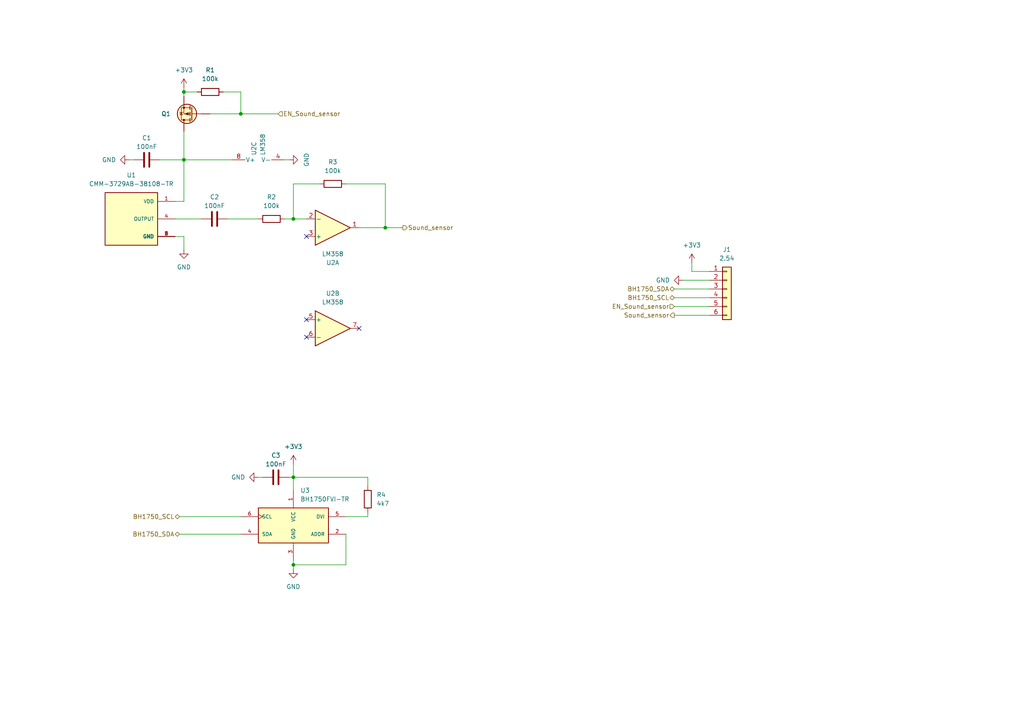
<source format=kicad_sch>
(kicad_sch
	(version 20231120)
	(generator "eeschema")
	(generator_version "8.0")
	(uuid "c1e81d39-bba9-4272-80cd-53431726de9a")
	(paper "A4")
	(lib_symbols
		(symbol "Amplifier_Operational:LM358"
			(pin_names
				(offset 0.127)
			)
			(exclude_from_sim no)
			(in_bom yes)
			(on_board yes)
			(property "Reference" "U"
				(at 0 5.08 0)
				(effects
					(font
						(size 1.27 1.27)
					)
					(justify left)
				)
			)
			(property "Value" "LM358"
				(at 0 -5.08 0)
				(effects
					(font
						(size 1.27 1.27)
					)
					(justify left)
				)
			)
			(property "Footprint" ""
				(at 0 0 0)
				(effects
					(font
						(size 1.27 1.27)
					)
					(hide yes)
				)
			)
			(property "Datasheet" "http://www.ti.com/lit/ds/symlink/lm2904-n.pdf"
				(at 0 0 0)
				(effects
					(font
						(size 1.27 1.27)
					)
					(hide yes)
				)
			)
			(property "Description" "Low-Power, Dual Operational Amplifiers, DIP-8/SOIC-8/TO-99-8"
				(at 0 0 0)
				(effects
					(font
						(size 1.27 1.27)
					)
					(hide yes)
				)
			)
			(property "ki_locked" ""
				(at 0 0 0)
				(effects
					(font
						(size 1.27 1.27)
					)
				)
			)
			(property "ki_keywords" "dual opamp"
				(at 0 0 0)
				(effects
					(font
						(size 1.27 1.27)
					)
					(hide yes)
				)
			)
			(property "ki_fp_filters" "SOIC*3.9x4.9mm*P1.27mm* DIP*W7.62mm* TO*99* OnSemi*Micro8* TSSOP*3x3mm*P0.65mm* TSSOP*4.4x3mm*P0.65mm* MSOP*3x3mm*P0.65mm* SSOP*3.9x4.9mm*P0.635mm* LFCSP*2x2mm*P0.5mm* *SIP* SOIC*5.3x6.2mm*P1.27mm*"
				(at 0 0 0)
				(effects
					(font
						(size 1.27 1.27)
					)
					(hide yes)
				)
			)
			(symbol "LM358_1_1"
				(polyline
					(pts
						(xy -5.08 5.08) (xy 5.08 0) (xy -5.08 -5.08) (xy -5.08 5.08)
					)
					(stroke
						(width 0.254)
						(type default)
					)
					(fill
						(type background)
					)
				)
				(pin output line
					(at 7.62 0 180)
					(length 2.54)
					(name "~"
						(effects
							(font
								(size 1.27 1.27)
							)
						)
					)
					(number "1"
						(effects
							(font
								(size 1.27 1.27)
							)
						)
					)
				)
				(pin input line
					(at -7.62 -2.54 0)
					(length 2.54)
					(name "-"
						(effects
							(font
								(size 1.27 1.27)
							)
						)
					)
					(number "2"
						(effects
							(font
								(size 1.27 1.27)
							)
						)
					)
				)
				(pin input line
					(at -7.62 2.54 0)
					(length 2.54)
					(name "+"
						(effects
							(font
								(size 1.27 1.27)
							)
						)
					)
					(number "3"
						(effects
							(font
								(size 1.27 1.27)
							)
						)
					)
				)
			)
			(symbol "LM358_2_1"
				(polyline
					(pts
						(xy -5.08 5.08) (xy 5.08 0) (xy -5.08 -5.08) (xy -5.08 5.08)
					)
					(stroke
						(width 0.254)
						(type default)
					)
					(fill
						(type background)
					)
				)
				(pin input line
					(at -7.62 2.54 0)
					(length 2.54)
					(name "+"
						(effects
							(font
								(size 1.27 1.27)
							)
						)
					)
					(number "5"
						(effects
							(font
								(size 1.27 1.27)
							)
						)
					)
				)
				(pin input line
					(at -7.62 -2.54 0)
					(length 2.54)
					(name "-"
						(effects
							(font
								(size 1.27 1.27)
							)
						)
					)
					(number "6"
						(effects
							(font
								(size 1.27 1.27)
							)
						)
					)
				)
				(pin output line
					(at 7.62 0 180)
					(length 2.54)
					(name "~"
						(effects
							(font
								(size 1.27 1.27)
							)
						)
					)
					(number "7"
						(effects
							(font
								(size 1.27 1.27)
							)
						)
					)
				)
			)
			(symbol "LM358_3_1"
				(pin power_in line
					(at -2.54 -7.62 90)
					(length 3.81)
					(name "V-"
						(effects
							(font
								(size 1.27 1.27)
							)
						)
					)
					(number "4"
						(effects
							(font
								(size 1.27 1.27)
							)
						)
					)
				)
				(pin power_in line
					(at -2.54 7.62 270)
					(length 3.81)
					(name "V+"
						(effects
							(font
								(size 1.27 1.27)
							)
						)
					)
					(number "8"
						(effects
							(font
								(size 1.27 1.27)
							)
						)
					)
				)
			)
		)
		(symbol "Connector_Generic:Conn_01x06"
			(pin_names
				(offset 1.016) hide)
			(exclude_from_sim no)
			(in_bom yes)
			(on_board yes)
			(property "Reference" "J"
				(at 0 7.62 0)
				(effects
					(font
						(size 1.27 1.27)
					)
				)
			)
			(property "Value" "Conn_01x06"
				(at 0 -10.16 0)
				(effects
					(font
						(size 1.27 1.27)
					)
				)
			)
			(property "Footprint" ""
				(at 0 0 0)
				(effects
					(font
						(size 1.27 1.27)
					)
					(hide yes)
				)
			)
			(property "Datasheet" "~"
				(at 0 0 0)
				(effects
					(font
						(size 1.27 1.27)
					)
					(hide yes)
				)
			)
			(property "Description" "Generic connector, single row, 01x06, script generated (kicad-library-utils/schlib/autogen/connector/)"
				(at 0 0 0)
				(effects
					(font
						(size 1.27 1.27)
					)
					(hide yes)
				)
			)
			(property "ki_keywords" "connector"
				(at 0 0 0)
				(effects
					(font
						(size 1.27 1.27)
					)
					(hide yes)
				)
			)
			(property "ki_fp_filters" "Connector*:*_1x??_*"
				(at 0 0 0)
				(effects
					(font
						(size 1.27 1.27)
					)
					(hide yes)
				)
			)
			(symbol "Conn_01x06_1_1"
				(rectangle
					(start -1.27 -7.493)
					(end 0 -7.747)
					(stroke
						(width 0.1524)
						(type default)
					)
					(fill
						(type none)
					)
				)
				(rectangle
					(start -1.27 -4.953)
					(end 0 -5.207)
					(stroke
						(width 0.1524)
						(type default)
					)
					(fill
						(type none)
					)
				)
				(rectangle
					(start -1.27 -2.413)
					(end 0 -2.667)
					(stroke
						(width 0.1524)
						(type default)
					)
					(fill
						(type none)
					)
				)
				(rectangle
					(start -1.27 0.127)
					(end 0 -0.127)
					(stroke
						(width 0.1524)
						(type default)
					)
					(fill
						(type none)
					)
				)
				(rectangle
					(start -1.27 2.667)
					(end 0 2.413)
					(stroke
						(width 0.1524)
						(type default)
					)
					(fill
						(type none)
					)
				)
				(rectangle
					(start -1.27 5.207)
					(end 0 4.953)
					(stroke
						(width 0.1524)
						(type default)
					)
					(fill
						(type none)
					)
				)
				(rectangle
					(start -1.27 6.35)
					(end 1.27 -8.89)
					(stroke
						(width 0.254)
						(type default)
					)
					(fill
						(type background)
					)
				)
				(pin passive line
					(at -5.08 5.08 0)
					(length 3.81)
					(name "Pin_1"
						(effects
							(font
								(size 1.27 1.27)
							)
						)
					)
					(number "1"
						(effects
							(font
								(size 1.27 1.27)
							)
						)
					)
				)
				(pin passive line
					(at -5.08 2.54 0)
					(length 3.81)
					(name "Pin_2"
						(effects
							(font
								(size 1.27 1.27)
							)
						)
					)
					(number "2"
						(effects
							(font
								(size 1.27 1.27)
							)
						)
					)
				)
				(pin passive line
					(at -5.08 0 0)
					(length 3.81)
					(name "Pin_3"
						(effects
							(font
								(size 1.27 1.27)
							)
						)
					)
					(number "3"
						(effects
							(font
								(size 1.27 1.27)
							)
						)
					)
				)
				(pin passive line
					(at -5.08 -2.54 0)
					(length 3.81)
					(name "Pin_4"
						(effects
							(font
								(size 1.27 1.27)
							)
						)
					)
					(number "4"
						(effects
							(font
								(size 1.27 1.27)
							)
						)
					)
				)
				(pin passive line
					(at -5.08 -5.08 0)
					(length 3.81)
					(name "Pin_5"
						(effects
							(font
								(size 1.27 1.27)
							)
						)
					)
					(number "5"
						(effects
							(font
								(size 1.27 1.27)
							)
						)
					)
				)
				(pin passive line
					(at -5.08 -7.62 0)
					(length 3.81)
					(name "Pin_6"
						(effects
							(font
								(size 1.27 1.27)
							)
						)
					)
					(number "6"
						(effects
							(font
								(size 1.27 1.27)
							)
						)
					)
				)
			)
		)
		(symbol "Device:C"
			(pin_numbers hide)
			(pin_names
				(offset 0.254)
			)
			(exclude_from_sim no)
			(in_bom yes)
			(on_board yes)
			(property "Reference" "C"
				(at 0.635 2.54 0)
				(effects
					(font
						(size 1.27 1.27)
					)
					(justify left)
				)
			)
			(property "Value" "C"
				(at 0.635 -2.54 0)
				(effects
					(font
						(size 1.27 1.27)
					)
					(justify left)
				)
			)
			(property "Footprint" ""
				(at 0.9652 -3.81 0)
				(effects
					(font
						(size 1.27 1.27)
					)
					(hide yes)
				)
			)
			(property "Datasheet" "~"
				(at 0 0 0)
				(effects
					(font
						(size 1.27 1.27)
					)
					(hide yes)
				)
			)
			(property "Description" "Unpolarized capacitor"
				(at 0 0 0)
				(effects
					(font
						(size 1.27 1.27)
					)
					(hide yes)
				)
			)
			(property "ki_keywords" "cap capacitor"
				(at 0 0 0)
				(effects
					(font
						(size 1.27 1.27)
					)
					(hide yes)
				)
			)
			(property "ki_fp_filters" "C_*"
				(at 0 0 0)
				(effects
					(font
						(size 1.27 1.27)
					)
					(hide yes)
				)
			)
			(symbol "C_0_1"
				(polyline
					(pts
						(xy -2.032 -0.762) (xy 2.032 -0.762)
					)
					(stroke
						(width 0.508)
						(type default)
					)
					(fill
						(type none)
					)
				)
				(polyline
					(pts
						(xy -2.032 0.762) (xy 2.032 0.762)
					)
					(stroke
						(width 0.508)
						(type default)
					)
					(fill
						(type none)
					)
				)
			)
			(symbol "C_1_1"
				(pin passive line
					(at 0 3.81 270)
					(length 2.794)
					(name "~"
						(effects
							(font
								(size 1.27 1.27)
							)
						)
					)
					(number "1"
						(effects
							(font
								(size 1.27 1.27)
							)
						)
					)
				)
				(pin passive line
					(at 0 -3.81 90)
					(length 2.794)
					(name "~"
						(effects
							(font
								(size 1.27 1.27)
							)
						)
					)
					(number "2"
						(effects
							(font
								(size 1.27 1.27)
							)
						)
					)
				)
			)
		)
		(symbol "Device:R"
			(pin_numbers hide)
			(pin_names
				(offset 0)
			)
			(exclude_from_sim no)
			(in_bom yes)
			(on_board yes)
			(property "Reference" "R"
				(at 2.032 0 90)
				(effects
					(font
						(size 1.27 1.27)
					)
				)
			)
			(property "Value" "R"
				(at 0 0 90)
				(effects
					(font
						(size 1.27 1.27)
					)
				)
			)
			(property "Footprint" ""
				(at -1.778 0 90)
				(effects
					(font
						(size 1.27 1.27)
					)
					(hide yes)
				)
			)
			(property "Datasheet" "~"
				(at 0 0 0)
				(effects
					(font
						(size 1.27 1.27)
					)
					(hide yes)
				)
			)
			(property "Description" "Resistor"
				(at 0 0 0)
				(effects
					(font
						(size 1.27 1.27)
					)
					(hide yes)
				)
			)
			(property "ki_keywords" "R res resistor"
				(at 0 0 0)
				(effects
					(font
						(size 1.27 1.27)
					)
					(hide yes)
				)
			)
			(property "ki_fp_filters" "R_*"
				(at 0 0 0)
				(effects
					(font
						(size 1.27 1.27)
					)
					(hide yes)
				)
			)
			(symbol "R_0_1"
				(rectangle
					(start -1.016 -2.54)
					(end 1.016 2.54)
					(stroke
						(width 0.254)
						(type default)
					)
					(fill
						(type none)
					)
				)
			)
			(symbol "R_1_1"
				(pin passive line
					(at 0 3.81 270)
					(length 1.27)
					(name "~"
						(effects
							(font
								(size 1.27 1.27)
							)
						)
					)
					(number "1"
						(effects
							(font
								(size 1.27 1.27)
							)
						)
					)
				)
				(pin passive line
					(at 0 -3.81 90)
					(length 1.27)
					(name "~"
						(effects
							(font
								(size 1.27 1.27)
							)
						)
					)
					(number "2"
						(effects
							(font
								(size 1.27 1.27)
							)
						)
					)
				)
			)
		)
		(symbol "DienLIB:BH1750FVI-TR"
			(pin_names
				(offset 1.016)
			)
			(exclude_from_sim no)
			(in_bom yes)
			(on_board yes)
			(property "Reference" "U"
				(at -10.16 7.62 0)
				(effects
					(font
						(size 1.27 1.27)
					)
					(justify left bottom)
				)
			)
			(property "Value" "BH1750FVI-TR"
				(at -15.24 -7.62 0)
				(effects
					(font
						(size 1.27 1.27)
					)
					(justify left bottom)
				)
			)
			(property "Footprint" "DienLIB:XDCR_BH1750FVI-TR"
				(at 15.24 -7.62 0)
				(effects
					(font
						(size 1.27 1.27)
					)
					(justify bottom)
					(hide yes)
				)
			)
			(property "Datasheet" ""
				(at 0 0 0)
				(effects
					(font
						(size 1.27 1.27)
					)
					(hide yes)
				)
			)
			(property "Description" ""
				(at 0 0 0)
				(effects
					(font
						(size 1.27 1.27)
					)
					(hide yes)
				)
			)
			(symbol "BH1750FVI-TR_0_0"
				(rectangle
					(start -10.16 5.08)
					(end 10.16 -5.08)
					(stroke
						(width 0.254)
						(type default)
					)
					(fill
						(type background)
					)
				)
				(pin power_in line
					(at 0 10.16 270)
					(length 5.08)
					(name "VCC"
						(effects
							(font
								(size 1.016 1.016)
							)
						)
					)
					(number "1"
						(effects
							(font
								(size 1.016 1.016)
							)
						)
					)
				)
				(pin input line
					(at 15.24 -2.54 180)
					(length 5.08)
					(name "ADDR"
						(effects
							(font
								(size 1.016 1.016)
							)
						)
					)
					(number "2"
						(effects
							(font
								(size 1.016 1.016)
							)
						)
					)
				)
				(pin power_in line
					(at 0 -10.16 90)
					(length 5.08)
					(name "GND"
						(effects
							(font
								(size 1.016 1.016)
							)
						)
					)
					(number "3"
						(effects
							(font
								(size 1.016 1.016)
							)
						)
					)
				)
				(pin bidirectional line
					(at -15.24 -2.54 0)
					(length 5.08)
					(name "SDA"
						(effects
							(font
								(size 1.016 1.016)
							)
						)
					)
					(number "4"
						(effects
							(font
								(size 1.016 1.016)
							)
						)
					)
				)
				(pin input line
					(at 15.24 2.54 180)
					(length 5.08)
					(name "DVI"
						(effects
							(font
								(size 1.016 1.016)
							)
						)
					)
					(number "5"
						(effects
							(font
								(size 1.016 1.016)
							)
						)
					)
				)
				(pin input clock
					(at -15.24 2.54 0)
					(length 5.08)
					(name "SCL"
						(effects
							(font
								(size 1.016 1.016)
							)
						)
					)
					(number "6"
						(effects
							(font
								(size 1.016 1.016)
							)
						)
					)
				)
			)
		)
		(symbol "DienLIB:CMM-3729AB-38108-TR"
			(pin_names
				(offset 1.016)
			)
			(exclude_from_sim no)
			(in_bom yes)
			(on_board yes)
			(property "Reference" "U"
				(at -7.62 7.62 0)
				(effects
					(font
						(size 1.27 1.27)
					)
					(justify left bottom)
				)
			)
			(property "Value" "CMM-3729AB-38108-TR"
				(at -7.62 -10.16 0)
				(effects
					(font
						(size 1.27 1.27)
					)
					(justify left bottom)
				)
			)
			(property "Footprint" "DienLIB:MIC_CMM-3729AB-38108-TR"
				(at 0 0 0)
				(effects
					(font
						(size 1.27 1.27)
					)
					(justify bottom)
					(hide yes)
				)
			)
			(property "Datasheet" ""
				(at 0 0 0)
				(effects
					(font
						(size 1.27 1.27)
					)
					(hide yes)
				)
			)
			(property "Description" ""
				(at 0 0 0)
				(effects
					(font
						(size 1.27 1.27)
					)
					(hide yes)
				)
			)
			(symbol "CMM-3729AB-38108-TR_0_0"
				(rectangle
					(start -7.62 -7.62)
					(end 7.62 7.62)
					(stroke
						(width 0.254)
						(type default)
					)
					(fill
						(type background)
					)
				)
				(pin power_in line
					(at 12.7 5.08 180)
					(length 5.08)
					(name "VDD"
						(effects
							(font
								(size 1.016 1.016)
							)
						)
					)
					(number "1"
						(effects
							(font
								(size 1.016 1.016)
							)
						)
					)
				)
				(pin power_in line
					(at 12.7 -5.08 180)
					(length 5.08)
					(name "GND"
						(effects
							(font
								(size 1.016 1.016)
							)
						)
					)
					(number "2"
						(effects
							(font
								(size 1.016 1.016)
							)
						)
					)
				)
				(pin power_in line
					(at 12.7 -5.08 180)
					(length 5.08)
					(name "GND"
						(effects
							(font
								(size 1.016 1.016)
							)
						)
					)
					(number "3"
						(effects
							(font
								(size 1.016 1.016)
							)
						)
					)
				)
				(pin output line
					(at 12.7 0 180)
					(length 5.08)
					(name "OUTPUT"
						(effects
							(font
								(size 1.016 1.016)
							)
						)
					)
					(number "4"
						(effects
							(font
								(size 1.016 1.016)
							)
						)
					)
				)
				(pin power_in line
					(at 12.7 -5.08 180)
					(length 5.08)
					(name "GND"
						(effects
							(font
								(size 1.016 1.016)
							)
						)
					)
					(number "5"
						(effects
							(font
								(size 1.016 1.016)
							)
						)
					)
				)
				(pin power_in line
					(at 12.7 -5.08 180)
					(length 5.08)
					(name "GND"
						(effects
							(font
								(size 1.016 1.016)
							)
						)
					)
					(number "6"
						(effects
							(font
								(size 1.016 1.016)
							)
						)
					)
				)
			)
		)
		(symbol "IVS_SYMBOLS:P_Mosfet"
			(pin_numbers hide)
			(pin_names hide)
			(exclude_from_sim no)
			(in_bom yes)
			(on_board yes)
			(property "Reference" "Q"
				(at 2.794 1.2192 0)
				(effects
					(font
						(size 1.27 1.27)
					)
				)
			)
			(property "Value" "P_Mosfet"
				(at 1.27 -13.97 0)
				(effects
					(font
						(size 1.27 1.27)
					)
					(hide yes)
				)
			)
			(property "Footprint" "IVS_FOOTPRINTS:SOT23-3"
				(at -1.27 -20.32 0)
				(effects
					(font
						(size 1.27 1.27)
					)
					(hide yes)
				)
			)
			(property "Datasheet" "https://www.onsemi.com/pub/Collateral/BSS138-D.PDF"
				(at 3.81 -22.86 0)
				(effects
					(font
						(size 1.27 1.27)
					)
					(hide yes)
				)
			)
			(property "Description" ""
				(at 0 0 0)
				(effects
					(font
						(size 1.27 1.27)
					)
					(hide yes)
				)
			)
			(property "ki_fp_filters" "IVS_FOOTPRINTS:SOT23-3"
				(at 0 0 0)
				(effects
					(font
						(size 1.27 1.27)
					)
					(hide yes)
				)
			)
			(symbol "P_Mosfet_0_1"
				(circle
					(center -0.889 0)
					(radius 2.794)
					(stroke
						(width 0.254)
						(type default)
					)
					(fill
						(type background)
					)
				)
				(circle
					(center 0 -1.778)
					(radius 0.254)
					(stroke
						(width 0)
						(type default)
					)
					(fill
						(type outline)
					)
				)
				(polyline
					(pts
						(xy -2.286 0) (xy -5.08 0)
					)
					(stroke
						(width 0)
						(type default)
					)
					(fill
						(type none)
					)
				)
				(polyline
					(pts
						(xy -2.286 1.905) (xy -2.286 -1.905)
					)
					(stroke
						(width 0.254)
						(type default)
					)
					(fill
						(type none)
					)
				)
				(polyline
					(pts
						(xy -1.778 -1.27) (xy -1.778 -2.286)
					)
					(stroke
						(width 0.254)
						(type default)
					)
					(fill
						(type none)
					)
				)
				(polyline
					(pts
						(xy -1.778 0.508) (xy -1.778 -0.508)
					)
					(stroke
						(width 0.254)
						(type default)
					)
					(fill
						(type none)
					)
				)
				(polyline
					(pts
						(xy -1.778 2.286) (xy -1.778 1.27)
					)
					(stroke
						(width 0.254)
						(type default)
					)
					(fill
						(type none)
					)
				)
				(polyline
					(pts
						(xy 0 2.54) (xy 0 1.778)
					)
					(stroke
						(width 0)
						(type default)
					)
					(fill
						(type none)
					)
				)
				(polyline
					(pts
						(xy 0 -2.54) (xy 0 0) (xy -1.778 0)
					)
					(stroke
						(width 0)
						(type default)
					)
					(fill
						(type none)
					)
				)
				(polyline
					(pts
						(xy -1.778 -1.778) (xy 0.762 -1.778) (xy 0.762 1.778) (xy -1.778 1.778)
					)
					(stroke
						(width 0)
						(type default)
					)
					(fill
						(type none)
					)
				)
				(polyline
					(pts
						(xy -0.3048 0) (xy -1.3208 -0.381) (xy -1.3208 0.381) (xy -0.3048 0)
					)
					(stroke
						(width 0)
						(type default)
					)
					(fill
						(type outline)
					)
				)
				(polyline
					(pts
						(xy 0.254 -0.508) (xy 0.381 -0.381) (xy 1.143 -0.381) (xy 1.27 -0.254)
					)
					(stroke
						(width 0)
						(type default)
					)
					(fill
						(type none)
					)
				)
				(polyline
					(pts
						(xy 0.762 -0.381) (xy 0.381 0.254) (xy 1.143 0.254) (xy 0.762 -0.381)
					)
					(stroke
						(width 0)
						(type default)
					)
					(fill
						(type none)
					)
				)
				(circle
					(center 0 1.778)
					(radius 0.254)
					(stroke
						(width 0)
						(type default)
					)
					(fill
						(type outline)
					)
				)
			)
			(symbol "P_Mosfet_1_1"
				(pin input line
					(at -7.62 0 0)
					(length 2.54)
					(name "G"
						(effects
							(font
								(size 1.27 1.27)
							)
						)
					)
					(number "1"
						(effects
							(font
								(size 1.27 1.27)
							)
						)
					)
				)
				(pin passive line
					(at 0 -5.08 90)
					(length 2.54)
					(name "S"
						(effects
							(font
								(size 1.27 1.27)
							)
						)
					)
					(number "2"
						(effects
							(font
								(size 1.27 1.27)
							)
						)
					)
				)
				(pin passive line
					(at 0 5.08 270)
					(length 2.54)
					(name "D"
						(effects
							(font
								(size 1.27 1.27)
							)
						)
					)
					(number "3"
						(effects
							(font
								(size 1.27 1.27)
							)
						)
					)
				)
			)
		)
		(symbol "power:+3V3"
			(power)
			(pin_names
				(offset 0)
			)
			(exclude_from_sim no)
			(in_bom yes)
			(on_board yes)
			(property "Reference" "#PWR"
				(at 0 -3.81 0)
				(effects
					(font
						(size 1.27 1.27)
					)
					(hide yes)
				)
			)
			(property "Value" "+3V3"
				(at 0 3.556 0)
				(effects
					(font
						(size 1.27 1.27)
					)
				)
			)
			(property "Footprint" ""
				(at 0 0 0)
				(effects
					(font
						(size 1.27 1.27)
					)
					(hide yes)
				)
			)
			(property "Datasheet" ""
				(at 0 0 0)
				(effects
					(font
						(size 1.27 1.27)
					)
					(hide yes)
				)
			)
			(property "Description" "Power symbol creates a global label with name \"+3V3\""
				(at 0 0 0)
				(effects
					(font
						(size 1.27 1.27)
					)
					(hide yes)
				)
			)
			(property "ki_keywords" "global power"
				(at 0 0 0)
				(effects
					(font
						(size 1.27 1.27)
					)
					(hide yes)
				)
			)
			(symbol "+3V3_0_1"
				(polyline
					(pts
						(xy -0.762 1.27) (xy 0 2.54)
					)
					(stroke
						(width 0)
						(type default)
					)
					(fill
						(type none)
					)
				)
				(polyline
					(pts
						(xy 0 0) (xy 0 2.54)
					)
					(stroke
						(width 0)
						(type default)
					)
					(fill
						(type none)
					)
				)
				(polyline
					(pts
						(xy 0 2.54) (xy 0.762 1.27)
					)
					(stroke
						(width 0)
						(type default)
					)
					(fill
						(type none)
					)
				)
			)
			(symbol "+3V3_1_1"
				(pin power_in line
					(at 0 0 90)
					(length 0) hide
					(name "+3V3"
						(effects
							(font
								(size 1.27 1.27)
							)
						)
					)
					(number "1"
						(effects
							(font
								(size 1.27 1.27)
							)
						)
					)
				)
			)
		)
		(symbol "power:GND"
			(power)
			(pin_names
				(offset 0)
			)
			(exclude_from_sim no)
			(in_bom yes)
			(on_board yes)
			(property "Reference" "#PWR"
				(at 0 -6.35 0)
				(effects
					(font
						(size 1.27 1.27)
					)
					(hide yes)
				)
			)
			(property "Value" "GND"
				(at 0 -3.81 0)
				(effects
					(font
						(size 1.27 1.27)
					)
				)
			)
			(property "Footprint" ""
				(at 0 0 0)
				(effects
					(font
						(size 1.27 1.27)
					)
					(hide yes)
				)
			)
			(property "Datasheet" ""
				(at 0 0 0)
				(effects
					(font
						(size 1.27 1.27)
					)
					(hide yes)
				)
			)
			(property "Description" "Power symbol creates a global label with name \"GND\" , ground"
				(at 0 0 0)
				(effects
					(font
						(size 1.27 1.27)
					)
					(hide yes)
				)
			)
			(property "ki_keywords" "global power"
				(at 0 0 0)
				(effects
					(font
						(size 1.27 1.27)
					)
					(hide yes)
				)
			)
			(symbol "GND_0_1"
				(polyline
					(pts
						(xy 0 0) (xy 0 -1.27) (xy 1.27 -1.27) (xy 0 -2.54) (xy -1.27 -1.27) (xy 0 -1.27)
					)
					(stroke
						(width 0)
						(type default)
					)
					(fill
						(type none)
					)
				)
			)
			(symbol "GND_1_1"
				(pin power_in line
					(at 0 0 270)
					(length 0) hide
					(name "GND"
						(effects
							(font
								(size 1.27 1.27)
							)
						)
					)
					(number "1"
						(effects
							(font
								(size 1.27 1.27)
							)
						)
					)
				)
			)
		)
	)
	(junction
		(at 85.09 138.43)
		(diameter 0)
		(color 0 0 0 0)
		(uuid "08f9597b-d0a6-4634-8137-6b8f08937c61")
	)
	(junction
		(at 53.34 46.355)
		(diameter 0)
		(color 0 0 0 0)
		(uuid "57acb78d-5c93-478a-bc5a-a9ac66bd7743")
	)
	(junction
		(at 85.09 163.83)
		(diameter 0)
		(color 0 0 0 0)
		(uuid "733fe6d9-853b-4a81-b3ca-8b5e48d6e7cd")
	)
	(junction
		(at 111.76 66.04)
		(diameter 0)
		(color 0 0 0 0)
		(uuid "a57fdd3b-998e-4d6c-9983-bb21bf260e51")
	)
	(junction
		(at 69.85 33.02)
		(diameter 0)
		(color 0 0 0 0)
		(uuid "ef405c88-f612-4858-92a6-c54b913a8ed7")
	)
	(junction
		(at 53.34 26.67)
		(diameter 0)
		(color 0 0 0 0)
		(uuid "f6734f59-ffbc-4ab6-ad87-c6d7f6d4a6c2")
	)
	(junction
		(at 85.09 63.5)
		(diameter 0)
		(color 0 0 0 0)
		(uuid "fd03ff88-23e4-4d55-925e-c0106112591d")
	)
	(no_connect
		(at 88.9 68.58)
		(uuid "0845356b-9f1b-4ad5-b0d7-63de670593d0")
	)
	(no_connect
		(at 104.14 95.25)
		(uuid "6a9b04df-b1c1-4c62-92c2-3b7183669f62")
	)
	(no_connect
		(at 88.9 97.79)
		(uuid "9f8c4169-e2ba-4fa1-a676-3995b4e2512d")
	)
	(no_connect
		(at 88.9 92.71)
		(uuid "b77562f4-2876-4b97-abcc-abdb7e6a6bc4")
	)
	(wire
		(pts
			(xy 69.85 26.67) (xy 69.85 33.02)
		)
		(stroke
			(width 0)
			(type default)
		)
		(uuid "031214e3-d481-417c-bbbb-742a473a7c77")
	)
	(wire
		(pts
			(xy 64.77 26.67) (xy 69.85 26.67)
		)
		(stroke
			(width 0)
			(type default)
		)
		(uuid "095ea024-953e-4567-ac95-c3fccf84bbf4")
	)
	(wire
		(pts
			(xy 195.58 91.44) (xy 205.74 91.44)
		)
		(stroke
			(width 0)
			(type default)
		)
		(uuid "0c43da23-3b4e-41c8-805b-a30d852db3a0")
	)
	(wire
		(pts
			(xy 85.09 138.43) (xy 106.68 138.43)
		)
		(stroke
			(width 0)
			(type default)
		)
		(uuid "0c70b87f-4d81-4818-ad5f-b3f345259fe1")
	)
	(wire
		(pts
			(xy 100.33 163.83) (xy 85.09 163.83)
		)
		(stroke
			(width 0)
			(type default)
		)
		(uuid "0d25b194-d33e-445d-aac3-dfc5219096c7")
	)
	(wire
		(pts
			(xy 50.8 63.5) (xy 58.42 63.5)
		)
		(stroke
			(width 0)
			(type default)
		)
		(uuid "140bdf12-3d1b-4a67-a45c-ece50c4d9af2")
	)
	(wire
		(pts
			(xy 53.34 46.355) (xy 53.34 58.42)
		)
		(stroke
			(width 0)
			(type default)
		)
		(uuid "14b06a17-5d0d-49a9-877a-3be2d93b60c6")
	)
	(wire
		(pts
			(xy 85.09 53.34) (xy 85.09 63.5)
		)
		(stroke
			(width 0)
			(type default)
		)
		(uuid "1b01434e-9587-417e-9d7b-abfa2645aa55")
	)
	(wire
		(pts
			(xy 195.58 83.82) (xy 205.74 83.82)
		)
		(stroke
			(width 0)
			(type default)
		)
		(uuid "1fa988cf-f87d-4cb4-9cd6-3b648f0173c6")
	)
	(wire
		(pts
			(xy 111.76 66.04) (xy 116.84 66.04)
		)
		(stroke
			(width 0)
			(type default)
		)
		(uuid "3664e59c-ee01-44c7-9767-809e0e018571")
	)
	(wire
		(pts
			(xy 53.34 25.4) (xy 53.34 26.67)
		)
		(stroke
			(width 0)
			(type default)
		)
		(uuid "3b23e04e-25ff-46d1-9fb8-bb2f73d0ffcf")
	)
	(wire
		(pts
			(xy 60.96 33.02) (xy 69.85 33.02)
		)
		(stroke
			(width 0)
			(type default)
		)
		(uuid "3c6f8a90-e19c-49e4-b9bf-4978040b5cae")
	)
	(wire
		(pts
			(xy 52.07 154.94) (xy 69.85 154.94)
		)
		(stroke
			(width 0)
			(type default)
		)
		(uuid "434803fd-c849-4a79-9b8d-af129644dff1")
	)
	(wire
		(pts
			(xy 85.09 163.83) (xy 85.09 165.1)
		)
		(stroke
			(width 0)
			(type default)
		)
		(uuid "46d3fa41-e340-4b6c-b0f2-f17955d1bf44")
	)
	(wire
		(pts
			(xy 195.58 88.9) (xy 205.74 88.9)
		)
		(stroke
			(width 0)
			(type default)
		)
		(uuid "4ac9ef37-da01-49a3-9ed5-8a9ef09c3cac")
	)
	(wire
		(pts
			(xy 198.12 81.28) (xy 205.74 81.28)
		)
		(stroke
			(width 0)
			(type default)
		)
		(uuid "5205f6ad-6db7-47c6-b08f-7eec87195543")
	)
	(wire
		(pts
			(xy 92.71 53.34) (xy 85.09 53.34)
		)
		(stroke
			(width 0)
			(type default)
		)
		(uuid "55be70ef-e997-4c9c-bd50-213bacbe32b3")
	)
	(wire
		(pts
			(xy 53.34 26.67) (xy 53.34 27.94)
		)
		(stroke
			(width 0)
			(type default)
		)
		(uuid "5db340cd-81f4-4262-9899-bc1b59b2087c")
	)
	(wire
		(pts
			(xy 85.09 63.5) (xy 88.9 63.5)
		)
		(stroke
			(width 0)
			(type default)
		)
		(uuid "5de6aeb0-7e15-4535-bdd4-491e842ddb2d")
	)
	(wire
		(pts
			(xy 52.07 149.86) (xy 69.85 149.86)
		)
		(stroke
			(width 0)
			(type default)
		)
		(uuid "6c074b4f-4f0d-4774-be9c-d4ad291114f4")
	)
	(wire
		(pts
			(xy 85.09 162.56) (xy 85.09 163.83)
		)
		(stroke
			(width 0)
			(type default)
		)
		(uuid "70dd8448-50ee-45fb-94f4-4c13d2d32cdb")
	)
	(wire
		(pts
			(xy 106.68 149.86) (xy 100.33 149.86)
		)
		(stroke
			(width 0)
			(type default)
		)
		(uuid "74293b6f-d658-4b45-96cc-0b59186de6c0")
	)
	(wire
		(pts
			(xy 111.76 66.04) (xy 104.14 66.04)
		)
		(stroke
			(width 0)
			(type default)
		)
		(uuid "7769cb5f-7616-41d1-9f07-5dfaafbf55f3")
	)
	(wire
		(pts
			(xy 106.68 148.59) (xy 106.68 149.86)
		)
		(stroke
			(width 0)
			(type default)
		)
		(uuid "7c5abe23-4cce-407a-b7be-ca2bc7a2ed57")
	)
	(wire
		(pts
			(xy 200.66 78.74) (xy 205.74 78.74)
		)
		(stroke
			(width 0)
			(type default)
		)
		(uuid "8320421b-4af7-463d-81bb-34e0a09cc79a")
	)
	(wire
		(pts
			(xy 69.85 33.02) (xy 80.645 33.02)
		)
		(stroke
			(width 0)
			(type default)
		)
		(uuid "84b01d74-8832-4cfb-80cc-c492cb1896ea")
	)
	(wire
		(pts
			(xy 106.68 138.43) (xy 106.68 140.97)
		)
		(stroke
			(width 0)
			(type default)
		)
		(uuid "867241b7-712d-414e-97df-752c7e5991f7")
	)
	(wire
		(pts
			(xy 66.04 63.5) (xy 74.93 63.5)
		)
		(stroke
			(width 0)
			(type default)
		)
		(uuid "8b361d8f-d586-4532-810b-2c699bf32ee2")
	)
	(wire
		(pts
			(xy 200.66 76.2) (xy 200.66 78.74)
		)
		(stroke
			(width 0)
			(type default)
		)
		(uuid "8e008641-f102-4544-86f5-c6a89275ae34")
	)
	(wire
		(pts
			(xy 37.465 46.355) (xy 38.735 46.355)
		)
		(stroke
			(width 0)
			(type default)
		)
		(uuid "961094b1-1781-4c47-816d-e93b5ff95f26")
	)
	(wire
		(pts
			(xy 50.8 58.42) (xy 53.34 58.42)
		)
		(stroke
			(width 0)
			(type default)
		)
		(uuid "98f88ea2-d2c6-4122-864e-7f061e6a604e")
	)
	(wire
		(pts
			(xy 111.76 53.34) (xy 111.76 66.04)
		)
		(stroke
			(width 0)
			(type default)
		)
		(uuid "a37a0c62-6252-41da-8969-c3e3a129d402")
	)
	(wire
		(pts
			(xy 46.355 46.355) (xy 53.34 46.355)
		)
		(stroke
			(width 0)
			(type default)
		)
		(uuid "b0ab6e88-f2c9-4656-aee5-3f2e6ea8ae8e")
	)
	(wire
		(pts
			(xy 100.33 53.34) (xy 111.76 53.34)
		)
		(stroke
			(width 0)
			(type default)
		)
		(uuid "b21b010c-c974-49ce-bf1d-87934a3bedff")
	)
	(wire
		(pts
			(xy 85.09 138.43) (xy 85.09 142.24)
		)
		(stroke
			(width 0)
			(type default)
		)
		(uuid "c28f1bc8-d819-44e1-b111-66e3f1da23e3")
	)
	(wire
		(pts
			(xy 53.34 46.355) (xy 67.31 46.355)
		)
		(stroke
			(width 0)
			(type default)
		)
		(uuid "c3a36d58-3ab7-4918-9994-41f7d30de3c8")
	)
	(wire
		(pts
			(xy 53.34 38.1) (xy 53.34 46.355)
		)
		(stroke
			(width 0)
			(type default)
		)
		(uuid "cd995b62-7faf-4bf6-bf44-7e778e089f37")
	)
	(wire
		(pts
			(xy 195.58 86.36) (xy 205.74 86.36)
		)
		(stroke
			(width 0)
			(type default)
		)
		(uuid "ce097ce7-cfc8-47d6-a892-fb02c7e96cd1")
	)
	(wire
		(pts
			(xy 82.55 46.355) (xy 83.82 46.355)
		)
		(stroke
			(width 0)
			(type default)
		)
		(uuid "ce9fd508-84ca-4b42-aa56-09686a1c91a1")
	)
	(wire
		(pts
			(xy 83.82 138.43) (xy 85.09 138.43)
		)
		(stroke
			(width 0)
			(type default)
		)
		(uuid "d04e6345-79e9-4488-94ba-e8f611f01073")
	)
	(wire
		(pts
			(xy 82.55 63.5) (xy 85.09 63.5)
		)
		(stroke
			(width 0)
			(type default)
		)
		(uuid "d4a1fbd2-19da-4c46-b4ee-7467c7570834")
	)
	(wire
		(pts
			(xy 53.34 26.67) (xy 57.15 26.67)
		)
		(stroke
			(width 0)
			(type default)
		)
		(uuid "dd232c62-6000-4bc4-8aac-e14e9e25c64e")
	)
	(wire
		(pts
			(xy 53.34 68.58) (xy 50.8 68.58)
		)
		(stroke
			(width 0)
			(type default)
		)
		(uuid "e2b2d053-fd79-4582-8b4d-29f5e7a78f15")
	)
	(wire
		(pts
			(xy 53.34 72.39) (xy 53.34 68.58)
		)
		(stroke
			(width 0)
			(type default)
		)
		(uuid "e4f56744-e1c1-48bc-873f-8dcd00590964")
	)
	(wire
		(pts
			(xy 74.93 138.43) (xy 76.2 138.43)
		)
		(stroke
			(width 0)
			(type default)
		)
		(uuid "ed353bfc-b2b4-49b1-918e-051be70c6834")
	)
	(wire
		(pts
			(xy 100.33 154.94) (xy 100.33 163.83)
		)
		(stroke
			(width 0)
			(type default)
		)
		(uuid "f1cb224f-b7b5-4aa5-8b84-dc97adb22085")
	)
	(wire
		(pts
			(xy 85.09 134.62) (xy 85.09 138.43)
		)
		(stroke
			(width 0)
			(type default)
		)
		(uuid "ff3a2bf1-eef5-4d77-8227-bd0be0b05932")
	)
	(hierarchical_label "BH1750_SDA"
		(shape bidirectional)
		(at 52.07 154.94 180)
		(fields_autoplaced yes)
		(effects
			(font
				(size 1.27 1.27)
			)
			(justify right)
		)
		(uuid "16eea5e6-ede5-440b-a3ff-6ba6ca07fe12")
	)
	(hierarchical_label "BH1750_SCL"
		(shape bidirectional)
		(at 195.58 86.36 180)
		(fields_autoplaced yes)
		(effects
			(font
				(size 1.27 1.27)
			)
			(justify right)
		)
		(uuid "1e966f64-c633-4507-9110-f6d98dbe1c4a")
	)
	(hierarchical_label "EN_Sound_sensor"
		(shape input)
		(at 80.645 33.02 0)
		(fields_autoplaced yes)
		(effects
			(font
				(size 1.27 1.27)
			)
			(justify left)
		)
		(uuid "2dedf35d-da82-43ed-bae8-d811e7debce5")
	)
	(hierarchical_label "BH1750_SCL"
		(shape bidirectional)
		(at 52.07 149.86 180)
		(fields_autoplaced yes)
		(effects
			(font
				(size 1.27 1.27)
			)
			(justify right)
		)
		(uuid "391ffae1-62d7-4437-a290-6409cf68767e")
	)
	(hierarchical_label "EN_Sound_sensor"
		(shape input)
		(at 195.58 88.9 180)
		(fields_autoplaced yes)
		(effects
			(font
				(size 1.27 1.27)
			)
			(justify right)
		)
		(uuid "427e4254-601e-46d0-bb13-ae94bb831261")
	)
	(hierarchical_label "BH1750_SDA"
		(shape bidirectional)
		(at 195.58 83.82 180)
		(fields_autoplaced yes)
		(effects
			(font
				(size 1.27 1.27)
			)
			(justify right)
		)
		(uuid "73c7f5ac-ee59-46b5-b4f0-9a8a904623b7")
	)
	(hierarchical_label "Sound_sensor"
		(shape output)
		(at 116.84 66.04 0)
		(fields_autoplaced yes)
		(effects
			(font
				(size 1.27 1.27)
			)
			(justify left)
		)
		(uuid "84108cae-a9fe-4949-a599-61104ecacd39")
	)
	(hierarchical_label "Sound_sensor"
		(shape output)
		(at 195.58 91.44 180)
		(fields_autoplaced yes)
		(effects
			(font
				(size 1.27 1.27)
			)
			(justify right)
		)
		(uuid "a7d9822e-d113-4fcf-9103-15ac3770f7e7")
	)
	(symbol
		(lib_id "Amplifier_Operational:LM358")
		(at 96.52 66.04 0)
		(mirror x)
		(unit 1)
		(exclude_from_sim no)
		(in_bom yes)
		(on_board yes)
		(dnp no)
		(uuid "05c99bd0-34ad-45b5-9858-9a0935f434ac")
		(property "Reference" "U2"
			(at 96.52 76.2 0)
			(effects
				(font
					(size 1.27 1.27)
				)
			)
		)
		(property "Value" "LM358"
			(at 96.52 73.66 0)
			(effects
				(font
					(size 1.27 1.27)
				)
			)
		)
		(property "Footprint" "Package_SO:SOIC-8_3.9x4.9mm_P1.27mm"
			(at 96.52 66.04 0)
			(effects
				(font
					(size 1.27 1.27)
				)
				(hide yes)
			)
		)
		(property "Datasheet" "http://www.ti.com/lit/ds/symlink/lm2904-n.pdf"
			(at 96.52 66.04 0)
			(effects
				(font
					(size 1.27 1.27)
				)
				(hide yes)
			)
		)
		(property "Description" ""
			(at 96.52 66.04 0)
			(effects
				(font
					(size 1.27 1.27)
				)
				(hide yes)
			)
		)
		(property "JLC" "C9418"
			(at 96.52 66.04 0)
			(effects
				(font
					(size 1.27 1.27)
				)
				(hide yes)
			)
		)
		(pin "5"
			(uuid "1280220a-6544-4949-9813-304dad9257d6")
		)
		(pin "6"
			(uuid "8faad1fb-7a35-4f60-9504-a6d002f3fb66")
		)
		(pin "3"
			(uuid "c7d33306-9224-4d2a-b481-cbbf02e93d77")
		)
		(pin "1"
			(uuid "ad4bc9d7-bdaa-4292-b6dd-17cae4c34bf1")
		)
		(pin "7"
			(uuid "9756c1cb-89db-4e3a-93a1-f985891c1f3d")
		)
		(pin "8"
			(uuid "cc25d494-0b41-4bb7-b263-581fdb3fe1a2")
		)
		(pin "2"
			(uuid "06af1243-b323-4584-bac5-6af8dc37c57a")
		)
		(pin "4"
			(uuid "adb4184b-f42f-4e19-85af-c728fdaa8e67")
		)
		(instances
			(project "Sensor_PCB"
				(path "/c1e81d39-bba9-4272-80cd-53431726de9a"
					(reference "U2")
					(unit 1)
				)
			)
		)
	)
	(symbol
		(lib_id "Device:C")
		(at 42.545 46.355 270)
		(unit 1)
		(exclude_from_sim no)
		(in_bom yes)
		(on_board yes)
		(dnp no)
		(uuid "18b8a7f8-b402-4ca6-8693-cb883d2bcd4f")
		(property "Reference" "C1"
			(at 42.545 40.005 90)
			(effects
				(font
					(size 1.27 1.27)
				)
			)
		)
		(property "Value" "100nF"
			(at 42.545 42.545 90)
			(effects
				(font
					(size 1.27 1.27)
				)
			)
		)
		(property "Footprint" "DienLIB:C_0603"
			(at 38.735 47.3202 0)
			(effects
				(font
					(size 1.27 1.27)
				)
				(hide yes)
			)
		)
		(property "Datasheet" "~"
			(at 42.545 46.355 0)
			(effects
				(font
					(size 1.27 1.27)
				)
				(hide yes)
			)
		)
		(property "Description" ""
			(at 42.545 46.355 0)
			(effects
				(font
					(size 1.27 1.27)
				)
				(hide yes)
			)
		)
		(property "JLC" "C14663"
			(at 42.545 46.355 0)
			(effects
				(font
					(size 1.27 1.27)
				)
				(hide yes)
			)
		)
		(pin "2"
			(uuid "2dd7663b-15cc-4e82-b43a-711bfbb7192b")
		)
		(pin "1"
			(uuid "4ecefe74-6153-4e83-9c96-2c54cdb427dd")
		)
		(instances
			(project "Sensor_PCB"
				(path "/c1e81d39-bba9-4272-80cd-53431726de9a"
					(reference "C1")
					(unit 1)
				)
			)
		)
	)
	(symbol
		(lib_id "power:GND")
		(at 85.09 165.1 0)
		(unit 1)
		(exclude_from_sim no)
		(in_bom yes)
		(on_board yes)
		(dnp no)
		(fields_autoplaced yes)
		(uuid "1b445689-dde5-40fd-b0c9-8e8c9b45f880")
		(property "Reference" "#PWR07"
			(at 85.09 171.45 0)
			(effects
				(font
					(size 1.27 1.27)
				)
				(hide yes)
			)
		)
		(property "Value" "GND"
			(at 85.09 170.18 0)
			(effects
				(font
					(size 1.27 1.27)
				)
			)
		)
		(property "Footprint" ""
			(at 85.09 165.1 0)
			(effects
				(font
					(size 1.27 1.27)
				)
				(hide yes)
			)
		)
		(property "Datasheet" ""
			(at 85.09 165.1 0)
			(effects
				(font
					(size 1.27 1.27)
				)
				(hide yes)
			)
		)
		(property "Description" ""
			(at 85.09 165.1 0)
			(effects
				(font
					(size 1.27 1.27)
				)
				(hide yes)
			)
		)
		(pin "1"
			(uuid "ea4558d3-625f-43f3-9e46-039b686264f8")
		)
		(instances
			(project "Sensor_PCB"
				(path "/c1e81d39-bba9-4272-80cd-53431726de9a"
					(reference "#PWR07")
					(unit 1)
				)
			)
		)
	)
	(symbol
		(lib_id "power:GND")
		(at 74.93 138.43 270)
		(unit 1)
		(exclude_from_sim no)
		(in_bom yes)
		(on_board yes)
		(dnp no)
		(fields_autoplaced yes)
		(uuid "1dc5ebc9-b109-4c2e-abd4-fdc7d4446ff5")
		(property "Reference" "#PWR05"
			(at 68.58 138.43 0)
			(effects
				(font
					(size 1.27 1.27)
				)
				(hide yes)
			)
		)
		(property "Value" "GND"
			(at 71.12 138.43 90)
			(effects
				(font
					(size 1.27 1.27)
				)
				(justify right)
			)
		)
		(property "Footprint" ""
			(at 74.93 138.43 0)
			(effects
				(font
					(size 1.27 1.27)
				)
				(hide yes)
			)
		)
		(property "Datasheet" ""
			(at 74.93 138.43 0)
			(effects
				(font
					(size 1.27 1.27)
				)
				(hide yes)
			)
		)
		(property "Description" ""
			(at 74.93 138.43 0)
			(effects
				(font
					(size 1.27 1.27)
				)
				(hide yes)
			)
		)
		(pin "1"
			(uuid "1e676348-8a4b-414f-a213-b5f76bf4fce3")
		)
		(instances
			(project "Sensor_PCB"
				(path "/c1e81d39-bba9-4272-80cd-53431726de9a"
					(reference "#PWR05")
					(unit 1)
				)
			)
		)
	)
	(symbol
		(lib_id "Device:R")
		(at 60.96 26.67 90)
		(unit 1)
		(exclude_from_sim no)
		(in_bom yes)
		(on_board yes)
		(dnp no)
		(fields_autoplaced yes)
		(uuid "259c43de-2116-41bd-83a4-b3d519d2b9e4")
		(property "Reference" "R1"
			(at 60.96 20.32 90)
			(effects
				(font
					(size 1.27 1.27)
				)
			)
		)
		(property "Value" "100k"
			(at 60.96 22.86 90)
			(effects
				(font
					(size 1.27 1.27)
				)
			)
		)
		(property "Footprint" "DienLIB:R_0603"
			(at 60.96 28.448 90)
			(effects
				(font
					(size 1.27 1.27)
				)
				(hide yes)
			)
		)
		(property "Datasheet" "~"
			(at 60.96 26.67 0)
			(effects
				(font
					(size 1.27 1.27)
				)
				(hide yes)
			)
		)
		(property "Description" ""
			(at 60.96 26.67 0)
			(effects
				(font
					(size 1.27 1.27)
				)
				(hide yes)
			)
		)
		(property "JLC" "C14675"
			(at 60.96 26.67 0)
			(effects
				(font
					(size 1.27 1.27)
				)
				(hide yes)
			)
		)
		(pin "1"
			(uuid "bce41b88-64f9-45a6-838a-54edaf94ded1")
		)
		(pin "2"
			(uuid "1fc69db1-5d3e-4830-ad95-0d24529272db")
		)
		(instances
			(project "Sensor_PCB"
				(path "/c1e81d39-bba9-4272-80cd-53431726de9a"
					(reference "R1")
					(unit 1)
				)
			)
		)
	)
	(symbol
		(lib_id "power:+3V3")
		(at 53.34 25.4 0)
		(unit 1)
		(exclude_from_sim no)
		(in_bom yes)
		(on_board yes)
		(dnp no)
		(fields_autoplaced yes)
		(uuid "295a7f7b-f9b9-4487-bbc2-0d502511dd13")
		(property "Reference" "#PWR02"
			(at 53.34 29.21 0)
			(effects
				(font
					(size 1.27 1.27)
				)
				(hide yes)
			)
		)
		(property "Value" "+3V3"
			(at 53.34 20.32 0)
			(effects
				(font
					(size 1.27 1.27)
				)
			)
		)
		(property "Footprint" ""
			(at 53.34 25.4 0)
			(effects
				(font
					(size 1.27 1.27)
				)
				(hide yes)
			)
		)
		(property "Datasheet" ""
			(at 53.34 25.4 0)
			(effects
				(font
					(size 1.27 1.27)
				)
				(hide yes)
			)
		)
		(property "Description" ""
			(at 53.34 25.4 0)
			(effects
				(font
					(size 1.27 1.27)
				)
				(hide yes)
			)
		)
		(pin "1"
			(uuid "f7b31f7b-f6ad-4aac-b909-28fae61525a4")
		)
		(instances
			(project "Sensor_PCB"
				(path "/c1e81d39-bba9-4272-80cd-53431726de9a"
					(reference "#PWR02")
					(unit 1)
				)
			)
		)
	)
	(symbol
		(lib_id "power:GND")
		(at 198.12 81.28 270)
		(unit 1)
		(exclude_from_sim no)
		(in_bom yes)
		(on_board yes)
		(dnp no)
		(uuid "2e78a7f9-92a1-4d00-931e-18af6510deda")
		(property "Reference" "#PWR09"
			(at 191.77 81.28 0)
			(effects
				(font
					(size 1.27 1.27)
				)
				(hide yes)
			)
		)
		(property "Value" "GND"
			(at 194.31 81.2801 90)
			(effects
				(font
					(size 1.27 1.27)
				)
				(justify right)
			)
		)
		(property "Footprint" ""
			(at 198.12 81.28 0)
			(effects
				(font
					(size 1.27 1.27)
				)
				(hide yes)
			)
		)
		(property "Datasheet" ""
			(at 198.12 81.28 0)
			(effects
				(font
					(size 1.27 1.27)
				)
				(hide yes)
			)
		)
		(property "Description" ""
			(at 198.12 81.28 0)
			(effects
				(font
					(size 1.27 1.27)
				)
				(hide yes)
			)
		)
		(pin "1"
			(uuid "29a6de23-72e7-4151-9755-c655d22d480d")
		)
		(instances
			(project "Sensor_PCB"
				(path "/c1e81d39-bba9-4272-80cd-53431726de9a"
					(reference "#PWR09")
					(unit 1)
				)
			)
		)
	)
	(symbol
		(lib_id "power:GND")
		(at 83.82 46.355 90)
		(unit 1)
		(exclude_from_sim no)
		(in_bom yes)
		(on_board yes)
		(dnp no)
		(fields_autoplaced yes)
		(uuid "4255a4a7-8205-421f-8e43-0a5b61c35c95")
		(property "Reference" "#PWR04"
			(at 90.17 46.355 0)
			(effects
				(font
					(size 1.27 1.27)
				)
				(hide yes)
			)
		)
		(property "Value" "GND"
			(at 88.9 46.355 0)
			(effects
				(font
					(size 1.27 1.27)
				)
			)
		)
		(property "Footprint" ""
			(at 83.82 46.355 0)
			(effects
				(font
					(size 1.27 1.27)
				)
				(hide yes)
			)
		)
		(property "Datasheet" ""
			(at 83.82 46.355 0)
			(effects
				(font
					(size 1.27 1.27)
				)
				(hide yes)
			)
		)
		(property "Description" ""
			(at 83.82 46.355 0)
			(effects
				(font
					(size 1.27 1.27)
				)
				(hide yes)
			)
		)
		(pin "1"
			(uuid "8f36e09c-3a63-46df-9f6e-741b48223f87")
		)
		(instances
			(project "Sensor_PCB"
				(path "/c1e81d39-bba9-4272-80cd-53431726de9a"
					(reference "#PWR04")
					(unit 1)
				)
			)
		)
	)
	(symbol
		(lib_id "Connector_Generic:Conn_01x06")
		(at 210.82 83.82 0)
		(unit 1)
		(exclude_from_sim no)
		(in_bom yes)
		(on_board yes)
		(dnp no)
		(uuid "4a9c8eae-4bc3-4709-b4e0-2eba34d43b5a")
		(property "Reference" "J1"
			(at 210.82 72.39 0)
			(effects
				(font
					(size 1.27 1.27)
				)
			)
		)
		(property "Value" "2.54"
			(at 210.82 74.93 0)
			(effects
				(font
					(size 1.27 1.27)
				)
			)
		)
		(property "Footprint" "Connector_PinHeader_2.54mm:PinHeader_1x06_P2.54mm_Vertical"
			(at 210.82 83.82 0)
			(effects
				(font
					(size 1.27 1.27)
				)
				(hide yes)
			)
		)
		(property "Datasheet" "~"
			(at 210.82 83.82 0)
			(effects
				(font
					(size 1.27 1.27)
				)
				(hide yes)
			)
		)
		(property "Description" "Generic connector, single row, 01x06, script generated (kicad-library-utils/schlib/autogen/connector/)"
			(at 210.82 83.82 0)
			(effects
				(font
					(size 1.27 1.27)
				)
				(hide yes)
			)
		)
		(property "JLC" ""
			(at 210.82 83.82 0)
			(effects
				(font
					(size 1.27 1.27)
				)
				(hide yes)
			)
		)
		(pin "6"
			(uuid "48565f07-8696-4a9a-adab-fb51531908c1")
		)
		(pin "3"
			(uuid "b04fac53-9d23-48f5-bc5b-07dbe87557bc")
		)
		(pin "1"
			(uuid "8296e8cd-2c61-4975-85bf-94bc717b6109")
		)
		(pin "5"
			(uuid "c5105536-e7c7-40ae-9b03-57e3533566fd")
		)
		(pin "4"
			(uuid "ab9c02a9-060a-4f9a-aadb-30dd69962516")
		)
		(pin "2"
			(uuid "ea83db0b-02c5-4894-b316-3a53e8ef34b4")
		)
		(instances
			(project "Sensor_PCB"
				(path "/c1e81d39-bba9-4272-80cd-53431726de9a"
					(reference "J1")
					(unit 1)
				)
			)
		)
	)
	(symbol
		(lib_id "DienLIB:BH1750FVI-TR")
		(at 85.09 152.4 0)
		(unit 1)
		(exclude_from_sim no)
		(in_bom yes)
		(on_board yes)
		(dnp no)
		(fields_autoplaced yes)
		(uuid "5813f19b-5011-4da6-b6e8-0a1c9903eab0")
		(property "Reference" "U3"
			(at 87.1094 142.24 0)
			(effects
				(font
					(size 1.27 1.27)
				)
				(justify left)
			)
		)
		(property "Value" "BH1750FVI-TR"
			(at 87.1094 144.78 0)
			(effects
				(font
					(size 1.27 1.27)
				)
				(justify left)
			)
		)
		(property "Footprint" "DienLIB:XDCR_BH1750FVI-TR"
			(at 100.33 160.02 0)
			(effects
				(font
					(size 1.27 1.27)
				)
				(justify bottom)
				(hide yes)
			)
		)
		(property "Datasheet" ""
			(at 85.09 152.4 0)
			(effects
				(font
					(size 1.27 1.27)
				)
				(hide yes)
			)
		)
		(property "Description" ""
			(at 85.09 152.4 0)
			(effects
				(font
					(size 1.27 1.27)
				)
				(hide yes)
			)
		)
		(property "JLC" "C78960"
			(at 85.09 152.4 0)
			(effects
				(font
					(size 1.27 1.27)
				)
				(hide yes)
			)
		)
		(pin "6"
			(uuid "6d9c771a-1aa2-42c8-a646-dca7be3f1cfc")
		)
		(pin "5"
			(uuid "8ab6318b-e4e1-4ae8-8f4a-7cef70be6f0b")
		)
		(pin "1"
			(uuid "714f15dd-cf4f-44bc-8150-0d9877fea8c8")
		)
		(pin "2"
			(uuid "4f957d2c-1545-42ff-a646-a597a85a4741")
		)
		(pin "3"
			(uuid "40b6536c-f10e-434d-8dd2-a48357eb20d9")
		)
		(pin "4"
			(uuid "44540470-b766-4c1e-873b-f1a6ed337aa6")
		)
		(instances
			(project "Sensor_PCB"
				(path "/c1e81d39-bba9-4272-80cd-53431726de9a"
					(reference "U3")
					(unit 1)
				)
			)
		)
	)
	(symbol
		(lib_id "Device:C")
		(at 80.01 138.43 270)
		(unit 1)
		(exclude_from_sim no)
		(in_bom yes)
		(on_board yes)
		(dnp no)
		(uuid "5b0a4e91-fb86-43cc-9faf-09106d722263")
		(property "Reference" "C3"
			(at 80.01 132.08 90)
			(effects
				(font
					(size 1.27 1.27)
				)
			)
		)
		(property "Value" "100nF"
			(at 80.01 134.62 90)
			(effects
				(font
					(size 1.27 1.27)
				)
			)
		)
		(property "Footprint" "DienLIB:C_0603"
			(at 76.2 139.3952 0)
			(effects
				(font
					(size 1.27 1.27)
				)
				(hide yes)
			)
		)
		(property "Datasheet" "~"
			(at 80.01 138.43 0)
			(effects
				(font
					(size 1.27 1.27)
				)
				(hide yes)
			)
		)
		(property "Description" ""
			(at 80.01 138.43 0)
			(effects
				(font
					(size 1.27 1.27)
				)
				(hide yes)
			)
		)
		(property "JLC" "C14663"
			(at 80.01 138.43 0)
			(effects
				(font
					(size 1.27 1.27)
				)
				(hide yes)
			)
		)
		(pin "2"
			(uuid "e67813c2-45a5-48f3-8a94-f0fee7b9a9b4")
		)
		(pin "1"
			(uuid "17df78c0-bbb4-45c6-ba2a-cd748121a4f6")
		)
		(instances
			(project "Sensor_PCB"
				(path "/c1e81d39-bba9-4272-80cd-53431726de9a"
					(reference "C3")
					(unit 1)
				)
			)
		)
	)
	(symbol
		(lib_id "Amplifier_Operational:LM358")
		(at 96.52 95.25 0)
		(unit 2)
		(exclude_from_sim no)
		(in_bom yes)
		(on_board yes)
		(dnp no)
		(fields_autoplaced yes)
		(uuid "5e0814e6-5571-4780-909d-7d0aa118de9b")
		(property "Reference" "U2"
			(at 96.52 85.09 0)
			(effects
				(font
					(size 1.27 1.27)
				)
			)
		)
		(property "Value" "LM358"
			(at 96.52 87.63 0)
			(effects
				(font
					(size 1.27 1.27)
				)
			)
		)
		(property "Footprint" "Package_SO:SOIC-8_3.9x4.9mm_P1.27mm"
			(at 96.52 95.25 0)
			(effects
				(font
					(size 1.27 1.27)
				)
				(hide yes)
			)
		)
		(property "Datasheet" "http://www.ti.com/lit/ds/symlink/lm2904-n.pdf"
			(at 96.52 95.25 0)
			(effects
				(font
					(size 1.27 1.27)
				)
				(hide yes)
			)
		)
		(property "Description" ""
			(at 96.52 95.25 0)
			(effects
				(font
					(size 1.27 1.27)
				)
				(hide yes)
			)
		)
		(property "JLC" "C9418"
			(at 96.52 95.25 0)
			(effects
				(font
					(size 1.27 1.27)
				)
				(hide yes)
			)
		)
		(pin "5"
			(uuid "60bd2827-c688-43c6-9b17-aeb18df11d34")
		)
		(pin "6"
			(uuid "d5e06ab0-f76b-4676-a918-b81c434ccf79")
		)
		(pin "3"
			(uuid "e472fa8e-2e8c-465e-a21b-444659623adb")
		)
		(pin "1"
			(uuid "ab6b258b-45a8-4187-a6c6-e20cf44432f8")
		)
		(pin "7"
			(uuid "23a2a7fb-ae73-4464-a73e-d6ffccd165e2")
		)
		(pin "8"
			(uuid "cc25d494-0b41-4bb7-b263-581fdb3fe1a3")
		)
		(pin "2"
			(uuid "775fcf4b-64da-4782-b3fc-655a1bee792a")
		)
		(pin "4"
			(uuid "adb4184b-f42f-4e19-85af-c728fdaa8e68")
		)
		(instances
			(project "Sensor_PCB"
				(path "/c1e81d39-bba9-4272-80cd-53431726de9a"
					(reference "U2")
					(unit 2)
				)
			)
		)
	)
	(symbol
		(lib_id "Device:R")
		(at 96.52 53.34 90)
		(unit 1)
		(exclude_from_sim no)
		(in_bom yes)
		(on_board yes)
		(dnp no)
		(fields_autoplaced yes)
		(uuid "7a90b0ae-93ca-47b2-84fb-e0edcc0404e9")
		(property "Reference" "R3"
			(at 96.52 46.99 90)
			(effects
				(font
					(size 1.27 1.27)
				)
			)
		)
		(property "Value" "100k"
			(at 96.52 49.53 90)
			(effects
				(font
					(size 1.27 1.27)
				)
			)
		)
		(property "Footprint" "DienLIB:R_0603"
			(at 96.52 55.118 90)
			(effects
				(font
					(size 1.27 1.27)
				)
				(hide yes)
			)
		)
		(property "Datasheet" "~"
			(at 96.52 53.34 0)
			(effects
				(font
					(size 1.27 1.27)
				)
				(hide yes)
			)
		)
		(property "Description" ""
			(at 96.52 53.34 0)
			(effects
				(font
					(size 1.27 1.27)
				)
				(hide yes)
			)
		)
		(property "JLC" "C14675"
			(at 96.52 53.34 0)
			(effects
				(font
					(size 1.27 1.27)
				)
				(hide yes)
			)
		)
		(pin "1"
			(uuid "f2129e31-2d76-41f3-bd20-f49b21dbe608")
		)
		(pin "2"
			(uuid "a8465976-18be-462f-962d-cd53a8ddc32e")
		)
		(instances
			(project "Sensor_PCB"
				(path "/c1e81d39-bba9-4272-80cd-53431726de9a"
					(reference "R3")
					(unit 1)
				)
			)
		)
	)
	(symbol
		(lib_id "Device:R")
		(at 78.74 63.5 90)
		(unit 1)
		(exclude_from_sim no)
		(in_bom yes)
		(on_board yes)
		(dnp no)
		(fields_autoplaced yes)
		(uuid "92a74793-b1ce-4c2b-ac5e-a580412156fd")
		(property "Reference" "R2"
			(at 78.74 57.15 90)
			(effects
				(font
					(size 1.27 1.27)
				)
			)
		)
		(property "Value" "100k"
			(at 78.74 59.69 90)
			(effects
				(font
					(size 1.27 1.27)
				)
			)
		)
		(property "Footprint" "DienLIB:R_0603"
			(at 78.74 65.278 90)
			(effects
				(font
					(size 1.27 1.27)
				)
				(hide yes)
			)
		)
		(property "Datasheet" "~"
			(at 78.74 63.5 0)
			(effects
				(font
					(size 1.27 1.27)
				)
				(hide yes)
			)
		)
		(property "Description" ""
			(at 78.74 63.5 0)
			(effects
				(font
					(size 1.27 1.27)
				)
				(hide yes)
			)
		)
		(property "JLC" "C14675"
			(at 78.74 63.5 0)
			(effects
				(font
					(size 1.27 1.27)
				)
				(hide yes)
			)
		)
		(pin "1"
			(uuid "723fa114-3f20-4581-993e-a6bf9b21522b")
		)
		(pin "2"
			(uuid "ba5e9110-d372-4bd1-b5b9-4994dd0d9bdd")
		)
		(instances
			(project "Sensor_PCB"
				(path "/c1e81d39-bba9-4272-80cd-53431726de9a"
					(reference "R2")
					(unit 1)
				)
			)
		)
	)
	(symbol
		(lib_id "power:GND")
		(at 53.34 72.39 0)
		(unit 1)
		(exclude_from_sim no)
		(in_bom yes)
		(on_board yes)
		(dnp no)
		(fields_autoplaced yes)
		(uuid "a44d8d18-68e1-491d-9ae5-521e8b18cc34")
		(property "Reference" "#PWR03"
			(at 53.34 78.74 0)
			(effects
				(font
					(size 1.27 1.27)
				)
				(hide yes)
			)
		)
		(property "Value" "GND"
			(at 53.34 77.47 0)
			(effects
				(font
					(size 1.27 1.27)
				)
			)
		)
		(property "Footprint" ""
			(at 53.34 72.39 0)
			(effects
				(font
					(size 1.27 1.27)
				)
				(hide yes)
			)
		)
		(property "Datasheet" ""
			(at 53.34 72.39 0)
			(effects
				(font
					(size 1.27 1.27)
				)
				(hide yes)
			)
		)
		(property "Description" ""
			(at 53.34 72.39 0)
			(effects
				(font
					(size 1.27 1.27)
				)
				(hide yes)
			)
		)
		(pin "1"
			(uuid "43e2f463-8bb1-4c31-bafd-bd23a4c33acd")
		)
		(instances
			(project "Sensor_PCB"
				(path "/c1e81d39-bba9-4272-80cd-53431726de9a"
					(reference "#PWR03")
					(unit 1)
				)
			)
		)
	)
	(symbol
		(lib_id "IVS_SYMBOLS:P_Mosfet")
		(at 53.34 33.02 180)
		(unit 1)
		(exclude_from_sim no)
		(in_bom yes)
		(on_board yes)
		(dnp no)
		(fields_autoplaced yes)
		(uuid "b0e5e76b-fe53-4db0-aaab-bc6d0f7e3495")
		(property "Reference" "Q1"
			(at 49.53 33.0199 0)
			(effects
				(font
					(size 1.27 1.27)
				)
				(justify left)
			)
		)
		(property "Value" "P_Mosfet"
			(at 52.07 19.05 0)
			(effects
				(font
					(size 1.27 1.27)
				)
				(hide yes)
			)
		)
		(property "Footprint" "Package_TO_SOT_SMD:SOT-23"
			(at 54.61 12.7 0)
			(effects
				(font
					(size 1.27 1.27)
				)
				(hide yes)
			)
		)
		(property "Datasheet" "https://www.onsemi.com/pub/Collateral/BSS138-D.PDF"
			(at 49.53 10.16 0)
			(effects
				(font
					(size 1.27 1.27)
				)
				(hide yes)
			)
		)
		(property "Description" ""
			(at 53.34 33.02 0)
			(effects
				(font
					(size 1.27 1.27)
				)
				(hide yes)
			)
		)
		(property "JLC" "C5261052"
			(at 53.34 33.02 0)
			(effects
				(font
					(size 1.27 1.27)
				)
				(hide yes)
			)
		)
		(pin "1"
			(uuid "c910d907-80d7-4100-9a87-be11350328f9")
		)
		(pin "3"
			(uuid "2cc43283-aad0-4b5c-ae39-93784d6c08c8")
		)
		(pin "2"
			(uuid "3a40f94c-ee91-49e5-91ea-19da68e820e3")
		)
		(instances
			(project "Sensor_PCB"
				(path "/c1e81d39-bba9-4272-80cd-53431726de9a"
					(reference "Q1")
					(unit 1)
				)
			)
		)
	)
	(symbol
		(lib_id "Device:C")
		(at 62.23 63.5 270)
		(unit 1)
		(exclude_from_sim no)
		(in_bom yes)
		(on_board yes)
		(dnp no)
		(uuid "b4069cdd-2442-4287-99a8-efefe82513f0")
		(property "Reference" "C2"
			(at 62.23 57.15 90)
			(effects
				(font
					(size 1.27 1.27)
				)
			)
		)
		(property "Value" "100nF"
			(at 62.23 59.69 90)
			(effects
				(font
					(size 1.27 1.27)
				)
			)
		)
		(property "Footprint" "DienLIB:C_0603"
			(at 58.42 64.4652 0)
			(effects
				(font
					(size 1.27 1.27)
				)
				(hide yes)
			)
		)
		(property "Datasheet" "~"
			(at 62.23 63.5 0)
			(effects
				(font
					(size 1.27 1.27)
				)
				(hide yes)
			)
		)
		(property "Description" ""
			(at 62.23 63.5 0)
			(effects
				(font
					(size 1.27 1.27)
				)
				(hide yes)
			)
		)
		(property "JLC" "C14663"
			(at 62.23 63.5 0)
			(effects
				(font
					(size 1.27 1.27)
				)
				(hide yes)
			)
		)
		(pin "2"
			(uuid "5154e0c3-4cf3-4b23-aedd-9f1874db1b55")
		)
		(pin "1"
			(uuid "fb478818-3cfa-4183-a8cb-d124daae31e9")
		)
		(instances
			(project "Sensor_PCB"
				(path "/c1e81d39-bba9-4272-80cd-53431726de9a"
					(reference "C2")
					(unit 1)
				)
			)
		)
	)
	(symbol
		(lib_id "Amplifier_Operational:LM358")
		(at 74.93 43.815 90)
		(unit 3)
		(exclude_from_sim no)
		(in_bom yes)
		(on_board yes)
		(dnp no)
		(fields_autoplaced yes)
		(uuid "bf640b85-5d3f-4483-85d8-6a93a0cc1717")
		(property "Reference" "U2"
			(at 73.66 45.085 0)
			(effects
				(font
					(size 1.27 1.27)
				)
				(justify left)
			)
		)
		(property "Value" "LM358"
			(at 76.2 45.085 0)
			(effects
				(font
					(size 1.27 1.27)
				)
				(justify left)
			)
		)
		(property "Footprint" "Package_SO:SOIC-8_3.9x4.9mm_P1.27mm"
			(at 74.93 43.815 0)
			(effects
				(font
					(size 1.27 1.27)
				)
				(hide yes)
			)
		)
		(property "Datasheet" "http://www.ti.com/lit/ds/symlink/lm2904-n.pdf"
			(at 74.93 43.815 0)
			(effects
				(font
					(size 1.27 1.27)
				)
				(hide yes)
			)
		)
		(property "Description" ""
			(at 74.93 43.815 0)
			(effects
				(font
					(size 1.27 1.27)
				)
				(hide yes)
			)
		)
		(property "JLC" "C9418"
			(at 74.93 43.815 0)
			(effects
				(font
					(size 1.27 1.27)
				)
				(hide yes)
			)
		)
		(pin "5"
			(uuid "1280220a-6544-4949-9813-304dad9257d5")
		)
		(pin "6"
			(uuid "8faad1fb-7a35-4f60-9504-a6d002f3fb65")
		)
		(pin "3"
			(uuid "e472fa8e-2e8c-465e-a21b-444659623ad9")
		)
		(pin "1"
			(uuid "ab6b258b-45a8-4187-a6c6-e20cf44432f6")
		)
		(pin "7"
			(uuid "9756c1cb-89db-4e3a-93a1-f985891c1f3c")
		)
		(pin "8"
			(uuid "32b2ef66-90ae-4f8f-83a8-948b1e0f5ac8")
		)
		(pin "2"
			(uuid "775fcf4b-64da-4782-b3fc-655a1bee7928")
		)
		(pin "4"
			(uuid "6f8ba83d-ca77-42d9-a3c5-470a63d7bd86")
		)
		(instances
			(project "Sensor_PCB"
				(path "/c1e81d39-bba9-4272-80cd-53431726de9a"
					(reference "U2")
					(unit 3)
				)
			)
		)
	)
	(symbol
		(lib_id "power:GND")
		(at 37.465 46.355 270)
		(unit 1)
		(exclude_from_sim no)
		(in_bom yes)
		(on_board yes)
		(dnp no)
		(fields_autoplaced yes)
		(uuid "c55f496f-3def-42e3-a599-333500ebd60a")
		(property "Reference" "#PWR01"
			(at 31.115 46.355 0)
			(effects
				(font
					(size 1.27 1.27)
				)
				(hide yes)
			)
		)
		(property "Value" "GND"
			(at 33.655 46.355 90)
			(effects
				(font
					(size 1.27 1.27)
				)
				(justify right)
			)
		)
		(property "Footprint" ""
			(at 37.465 46.355 0)
			(effects
				(font
					(size 1.27 1.27)
				)
				(hide yes)
			)
		)
		(property "Datasheet" ""
			(at 37.465 46.355 0)
			(effects
				(font
					(size 1.27 1.27)
				)
				(hide yes)
			)
		)
		(property "Description" ""
			(at 37.465 46.355 0)
			(effects
				(font
					(size 1.27 1.27)
				)
				(hide yes)
			)
		)
		(pin "1"
			(uuid "4cebdbc1-7e22-4530-9e0c-fd93b0e881c1")
		)
		(instances
			(project "Sensor_PCB"
				(path "/c1e81d39-bba9-4272-80cd-53431726de9a"
					(reference "#PWR01")
					(unit 1)
				)
			)
		)
	)
	(symbol
		(lib_id "Device:R")
		(at 106.68 144.78 0)
		(unit 1)
		(exclude_from_sim no)
		(in_bom yes)
		(on_board yes)
		(dnp no)
		(fields_autoplaced yes)
		(uuid "cfb64226-ce25-4b3d-931e-f1084fd466c9")
		(property "Reference" "R4"
			(at 109.22 143.51 0)
			(effects
				(font
					(size 1.27 1.27)
				)
				(justify left)
			)
		)
		(property "Value" "4k7"
			(at 109.22 146.05 0)
			(effects
				(font
					(size 1.27 1.27)
				)
				(justify left)
			)
		)
		(property "Footprint" "DienLIB:R_0603"
			(at 104.902 144.78 90)
			(effects
				(font
					(size 1.27 1.27)
				)
				(hide yes)
			)
		)
		(property "Datasheet" "~"
			(at 106.68 144.78 0)
			(effects
				(font
					(size 1.27 1.27)
				)
				(hide yes)
			)
		)
		(property "Description" ""
			(at 106.68 144.78 0)
			(effects
				(font
					(size 1.27 1.27)
				)
				(hide yes)
			)
		)
		(property "JLC" "C23162"
			(at 106.68 144.78 0)
			(effects
				(font
					(size 1.27 1.27)
				)
				(hide yes)
			)
		)
		(pin "1"
			(uuid "8832451d-4164-477a-99c0-6a2c3cbe81c7")
		)
		(pin "2"
			(uuid "412c6f68-4552-4aca-8957-e7e54c902d28")
		)
		(instances
			(project "Sensor_PCB"
				(path "/c1e81d39-bba9-4272-80cd-53431726de9a"
					(reference "R4")
					(unit 1)
				)
			)
		)
	)
	(symbol
		(lib_id "DienLIB:CMM-3729AB-38108-TR")
		(at 38.1 63.5 0)
		(unit 1)
		(exclude_from_sim no)
		(in_bom yes)
		(on_board yes)
		(dnp no)
		(fields_autoplaced yes)
		(uuid "e52ddb8e-d922-4cbd-ad3e-cf32520080b7")
		(property "Reference" "U1"
			(at 38.1 50.8 0)
			(effects
				(font
					(size 1.27 1.27)
				)
			)
		)
		(property "Value" "CMM-3729AB-38108-TR"
			(at 38.1 53.34 0)
			(effects
				(font
					(size 1.27 1.27)
				)
			)
		)
		(property "Footprint" "DienLIB:MIC_CMM-3729AB-38108-TR"
			(at 38.1 63.5 0)
			(effects
				(font
					(size 1.27 1.27)
				)
				(justify bottom)
				(hide yes)
			)
		)
		(property "Datasheet" ""
			(at 38.1 63.5 0)
			(effects
				(font
					(size 1.27 1.27)
				)
				(hide yes)
			)
		)
		(property "Description" ""
			(at 38.1 63.5 0)
			(effects
				(font
					(size 1.27 1.27)
				)
				(hide yes)
			)
		)
		(property "JLC" ""
			(at 38.1 63.5 0)
			(effects
				(font
					(size 1.27 1.27)
				)
				(hide yes)
			)
		)
		(pin "2"
			(uuid "94928ac2-8324-4730-b51e-dfc9f3c82189")
		)
		(pin "4"
			(uuid "1e805205-251b-4ef9-8b29-7a0543dee418")
		)
		(pin "1"
			(uuid "661a1000-2fc8-421b-9272-41d1d60ae7b6")
		)
		(pin "5"
			(uuid "5cb73333-4475-4ab5-85ad-70044118a236")
		)
		(pin "6"
			(uuid "11852997-4e7c-4c1d-8d65-27bd70a93191")
		)
		(pin "3"
			(uuid "da14fea6-1e65-4827-9836-fd4d6d9c1a76")
		)
		(instances
			(project "Sensor_PCB"
				(path "/c1e81d39-bba9-4272-80cd-53431726de9a"
					(reference "U1")
					(unit 1)
				)
			)
		)
	)
	(symbol
		(lib_id "power:+3V3")
		(at 85.09 134.62 0)
		(unit 1)
		(exclude_from_sim no)
		(in_bom yes)
		(on_board yes)
		(dnp no)
		(fields_autoplaced yes)
		(uuid "ed51062b-cd8f-4215-8c30-3760c8d2f729")
		(property "Reference" "#PWR06"
			(at 85.09 138.43 0)
			(effects
				(font
					(size 1.27 1.27)
				)
				(hide yes)
			)
		)
		(property "Value" "+3V3"
			(at 85.09 129.54 0)
			(effects
				(font
					(size 1.27 1.27)
				)
			)
		)
		(property "Footprint" ""
			(at 85.09 134.62 0)
			(effects
				(font
					(size 1.27 1.27)
				)
				(hide yes)
			)
		)
		(property "Datasheet" ""
			(at 85.09 134.62 0)
			(effects
				(font
					(size 1.27 1.27)
				)
				(hide yes)
			)
		)
		(property "Description" ""
			(at 85.09 134.62 0)
			(effects
				(font
					(size 1.27 1.27)
				)
				(hide yes)
			)
		)
		(pin "1"
			(uuid "a0ded7fb-ec4b-41ca-8344-994cf239a02d")
		)
		(instances
			(project "Sensor_PCB"
				(path "/c1e81d39-bba9-4272-80cd-53431726de9a"
					(reference "#PWR06")
					(unit 1)
				)
			)
		)
	)
	(symbol
		(lib_id "power:+3V3")
		(at 200.66 76.2 0)
		(mirror y)
		(unit 1)
		(exclude_from_sim no)
		(in_bom yes)
		(on_board yes)
		(dnp no)
		(fields_autoplaced yes)
		(uuid "f64da144-98d3-4577-8727-e03e61a2550d")
		(property "Reference" "#PWR08"
			(at 200.66 80.01 0)
			(effects
				(font
					(size 1.27 1.27)
				)
				(hide yes)
			)
		)
		(property "Value" "+3V3"
			(at 200.66 71.12 0)
			(effects
				(font
					(size 1.27 1.27)
				)
			)
		)
		(property "Footprint" ""
			(at 200.66 76.2 0)
			(effects
				(font
					(size 1.27 1.27)
				)
				(hide yes)
			)
		)
		(property "Datasheet" ""
			(at 200.66 76.2 0)
			(effects
				(font
					(size 1.27 1.27)
				)
				(hide yes)
			)
		)
		(property "Description" ""
			(at 200.66 76.2 0)
			(effects
				(font
					(size 1.27 1.27)
				)
				(hide yes)
			)
		)
		(pin "1"
			(uuid "f2bae198-66a5-4927-988f-e84668c56b21")
		)
		(instances
			(project "Sensor_PCB"
				(path "/c1e81d39-bba9-4272-80cd-53431726de9a"
					(reference "#PWR08")
					(unit 1)
				)
			)
		)
	)
	(sheet_instances
		(path "/"
			(page "1")
		)
	)
)
</source>
